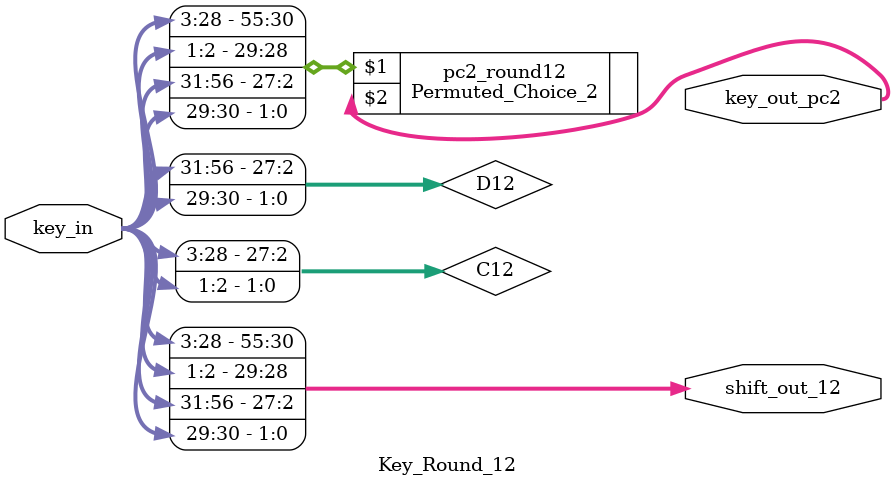
<source format=v>
`timescale 1ns / 1ps
module Key_Round_12(
   input [1:56] key_in,
    output [1:56] shift_out_12,
    output [1:48] key_out_pc2
    );

wire [1:28] C12,D12;
assign C12={key_in[3:28],key_in[1:2]};
assign D12={key_in[31:56],key_in[29:30]};
assign shift_out_12={C12,D12};

Permuted_Choice_2 pc2_round12(shift_out_12, key_out_pc2);
endmodule

</source>
